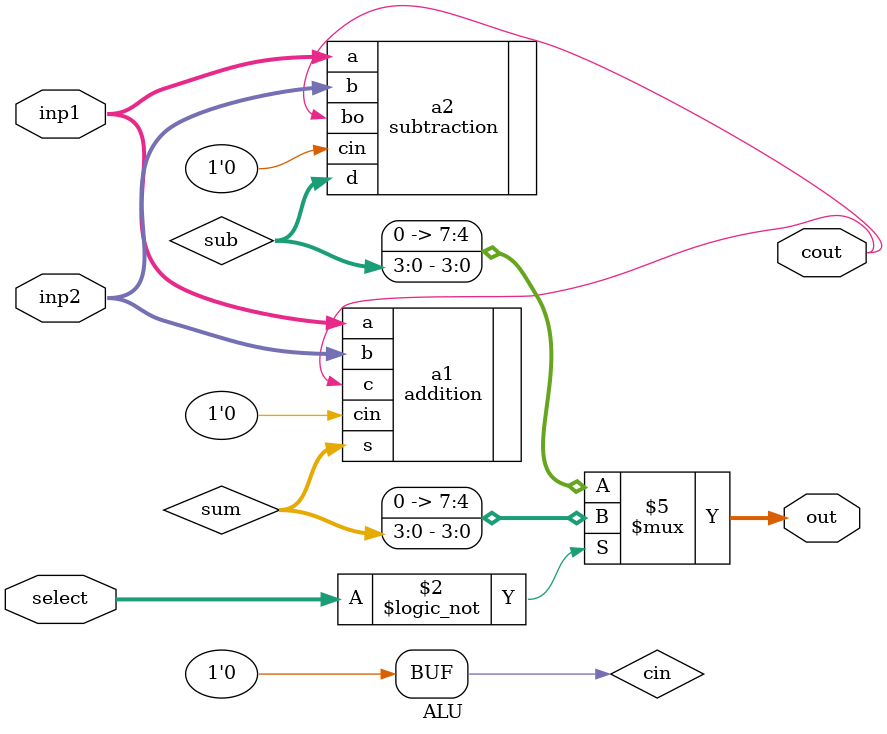
<source format=v>
module ALU (inp1,inp2,select,out,cout);
	input [3:0]inp1,inp2;
	reg cin=1'b0;
	input [1:0]select;
	output reg [7:0]out;
	output cout;
	wire[3:0]sum,sub;
	always@(select)
		begin
			if(select==2'b00)
				begin
					out<=sum;
				end
			else
				begin
					out<=sub;
				end
		end
	addition a1 (
						.a	(inp1),
						.b	(inp2),
						.cin	(cin),
						.s	(sum),
						.c	(cout));
	
	subtraction a2(
						.a	(inp1),
						.b	(inp2),
						.cin	(cin),
						.d	(sub),
						.bo	(cout));
endmodule 
</source>
